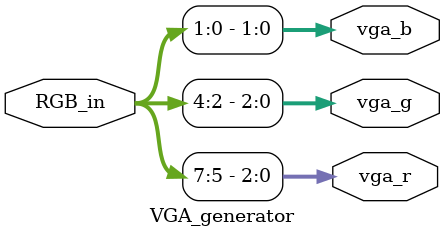
<source format=v>
`timescale 1ns / 1ps
module VGA_generator(RGB_in, vga_r, vga_g, vga_b);
    input wire [7: 0] RGB_in;
    output wire [2: 0] vga_r, vga_g;
    output wire [1: 0] vga_b;
	 
    assign vga_r = RGB_in[7: 5];
    assign vga_g = RGB_in[4: 2];
    assign vga_b = RGB_in[1: 0];

endmodule


</source>
